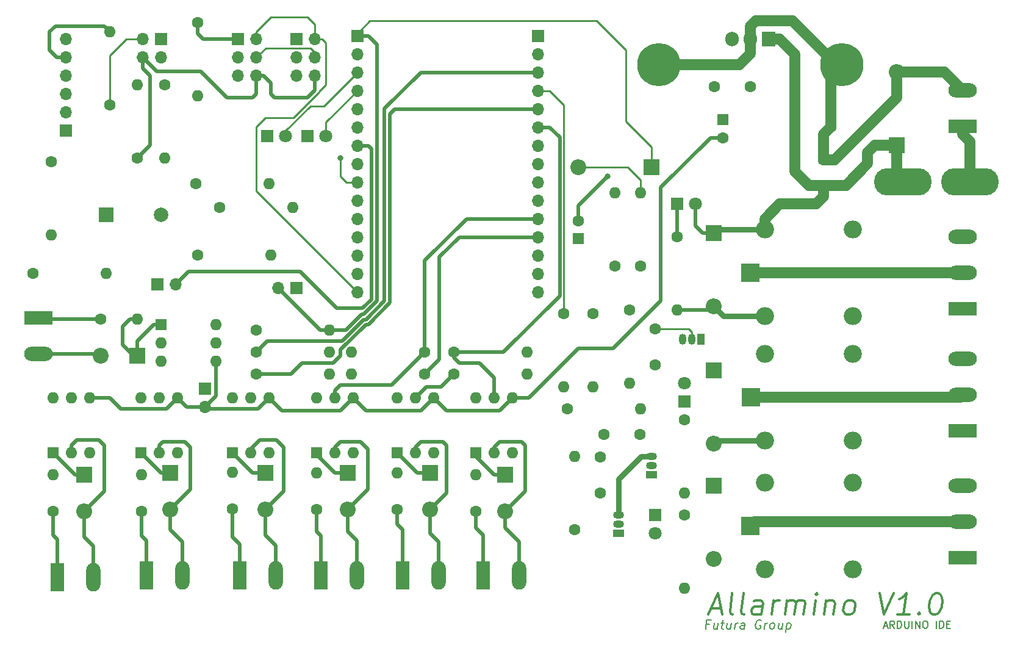
<source format=gbr>
%TF.GenerationSoftware,KiCad,Pcbnew,(5.1.9)-1*%
%TF.CreationDate,2022-01-12T17:44:04+01:00*%
%TF.ProjectId,Allarmino,416c6c61-726d-4696-9e6f-2e6b69636164,rev?*%
%TF.SameCoordinates,Original*%
%TF.FileFunction,Copper,L1,Top*%
%TF.FilePolarity,Positive*%
%FSLAX46Y46*%
G04 Gerber Fmt 4.6, Leading zero omitted, Abs format (unit mm)*
G04 Created by KiCad (PCBNEW (5.1.9)-1) date 2022-01-12 17:44:04*
%MOMM*%
%LPD*%
G01*
G04 APERTURE LIST*
%TA.AperFunction,NonConductor*%
%ADD10C,0.150000*%
%TD*%
%TA.AperFunction,NonConductor*%
%ADD11C,0.350000*%
%TD*%
%TA.AperFunction,ComponentPad*%
%ADD12R,2.200000X2.200000*%
%TD*%
%TA.AperFunction,ComponentPad*%
%ADD13O,2.200000X2.200000*%
%TD*%
%TA.AperFunction,ComponentPad*%
%ADD14R,2.000000X2.000000*%
%TD*%
%TA.AperFunction,ComponentPad*%
%ADD15C,2.000000*%
%TD*%
%TA.AperFunction,ComponentPad*%
%ADD16C,6.000000*%
%TD*%
%TA.AperFunction,ComponentPad*%
%ADD17C,1.600000*%
%TD*%
%TA.AperFunction,ComponentPad*%
%ADD18O,8.000000X3.800000*%
%TD*%
%TA.AperFunction,ComponentPad*%
%ADD19R,3.960000X1.980000*%
%TD*%
%TA.AperFunction,ComponentPad*%
%ADD20O,3.960000X1.980000*%
%TD*%
%TA.AperFunction,ComponentPad*%
%ADD21R,1.980000X3.960000*%
%TD*%
%TA.AperFunction,ComponentPad*%
%ADD22O,1.980000X3.960000*%
%TD*%
%TA.AperFunction,ComponentPad*%
%ADD23R,1.700000X1.700000*%
%TD*%
%TA.AperFunction,ComponentPad*%
%ADD24O,1.700000X1.700000*%
%TD*%
%TA.AperFunction,ComponentPad*%
%ADD25O,2.500000X2.500000*%
%TD*%
%TA.AperFunction,ComponentPad*%
%ADD26R,2.500000X2.500000*%
%TD*%
%TA.AperFunction,ComponentPad*%
%ADD27C,1.800000*%
%TD*%
%TA.AperFunction,ComponentPad*%
%ADD28R,1.800000X1.800000*%
%TD*%
%TA.AperFunction,ComponentPad*%
%ADD29O,1.050000X1.500000*%
%TD*%
%TA.AperFunction,ComponentPad*%
%ADD30R,1.050000X1.500000*%
%TD*%
%TA.AperFunction,ComponentPad*%
%ADD31O,1.500000X1.050000*%
%TD*%
%TA.AperFunction,ComponentPad*%
%ADD32R,1.500000X1.050000*%
%TD*%
%TA.AperFunction,ComponentPad*%
%ADD33O,1.600000X1.600000*%
%TD*%
%TA.AperFunction,ComponentPad*%
%ADD34R,1.600000X1.600000*%
%TD*%
%TA.AperFunction,ComponentPad*%
%ADD35R,1.905000X2.000000*%
%TD*%
%TA.AperFunction,ComponentPad*%
%ADD36O,1.905000X2.000000*%
%TD*%
%TA.AperFunction,ViaPad*%
%ADD37C,0.800000*%
%TD*%
%TA.AperFunction,Conductor*%
%ADD38C,1.500000*%
%TD*%
%TA.AperFunction,Conductor*%
%ADD39C,1.000000*%
%TD*%
%TA.AperFunction,Conductor*%
%ADD40C,0.750000*%
%TD*%
%TA.AperFunction,Conductor*%
%ADD41C,0.500000*%
%TD*%
%TA.AperFunction,Conductor*%
%ADD42C,0.250000*%
%TD*%
G04 APERTURE END LIST*
D10*
X201882952Y-119546666D02*
X202359142Y-119546666D01*
X201787714Y-119832380D02*
X202121047Y-118832380D01*
X202454380Y-119832380D01*
X203359142Y-119832380D02*
X203025809Y-119356190D01*
X202787714Y-119832380D02*
X202787714Y-118832380D01*
X203168666Y-118832380D01*
X203263904Y-118880000D01*
X203311523Y-118927619D01*
X203359142Y-119022857D01*
X203359142Y-119165714D01*
X203311523Y-119260952D01*
X203263904Y-119308571D01*
X203168666Y-119356190D01*
X202787714Y-119356190D01*
X203787714Y-119832380D02*
X203787714Y-118832380D01*
X204025809Y-118832380D01*
X204168666Y-118880000D01*
X204263904Y-118975238D01*
X204311523Y-119070476D01*
X204359142Y-119260952D01*
X204359142Y-119403809D01*
X204311523Y-119594285D01*
X204263904Y-119689523D01*
X204168666Y-119784761D01*
X204025809Y-119832380D01*
X203787714Y-119832380D01*
X204787714Y-118832380D02*
X204787714Y-119641904D01*
X204835333Y-119737142D01*
X204882952Y-119784761D01*
X204978190Y-119832380D01*
X205168666Y-119832380D01*
X205263904Y-119784761D01*
X205311523Y-119737142D01*
X205359142Y-119641904D01*
X205359142Y-118832380D01*
X205835333Y-119832380D02*
X205835333Y-118832380D01*
X206311523Y-119832380D02*
X206311523Y-118832380D01*
X206882952Y-119832380D01*
X206882952Y-118832380D01*
X207549619Y-118832380D02*
X207740095Y-118832380D01*
X207835333Y-118880000D01*
X207930571Y-118975238D01*
X207978190Y-119165714D01*
X207978190Y-119499047D01*
X207930571Y-119689523D01*
X207835333Y-119784761D01*
X207740095Y-119832380D01*
X207549619Y-119832380D01*
X207454380Y-119784761D01*
X207359142Y-119689523D01*
X207311523Y-119499047D01*
X207311523Y-119165714D01*
X207359142Y-118975238D01*
X207454380Y-118880000D01*
X207549619Y-118832380D01*
X209168666Y-119832380D02*
X209168666Y-118832380D01*
X209644857Y-119832380D02*
X209644857Y-118832380D01*
X209882952Y-118832380D01*
X210025809Y-118880000D01*
X210121047Y-118975238D01*
X210168666Y-119070476D01*
X210216285Y-119260952D01*
X210216285Y-119403809D01*
X210168666Y-119594285D01*
X210121047Y-119689523D01*
X210025809Y-119784761D01*
X209882952Y-119832380D01*
X209644857Y-119832380D01*
X210644857Y-119308571D02*
X210978190Y-119308571D01*
X211121047Y-119832380D02*
X210644857Y-119832380D01*
X210644857Y-118832380D01*
X211121047Y-118832380D01*
X177647482Y-119290714D02*
X177230815Y-119290714D01*
X177148970Y-119945476D02*
X177305220Y-118695476D01*
X177900458Y-118695476D01*
X178860279Y-119112142D02*
X178756113Y-119945476D01*
X178324565Y-119112142D02*
X178242720Y-119766904D01*
X178287363Y-119885952D01*
X178398970Y-119945476D01*
X178577541Y-119945476D01*
X178704029Y-119885952D01*
X178770994Y-119826428D01*
X179276946Y-119112142D02*
X179753136Y-119112142D01*
X179507601Y-118695476D02*
X179373672Y-119766904D01*
X179418315Y-119885952D01*
X179529922Y-119945476D01*
X179648970Y-119945476D01*
X180705517Y-119112142D02*
X180601351Y-119945476D01*
X180169803Y-119112142D02*
X180087958Y-119766904D01*
X180132601Y-119885952D01*
X180244208Y-119945476D01*
X180422779Y-119945476D01*
X180549267Y-119885952D01*
X180616232Y-119826428D01*
X181196589Y-119945476D02*
X181300755Y-119112142D01*
X181270994Y-119350238D02*
X181345398Y-119231190D01*
X181412363Y-119171666D01*
X181538851Y-119112142D01*
X181657898Y-119112142D01*
X182506113Y-119945476D02*
X182587958Y-119290714D01*
X182543315Y-119171666D01*
X182431708Y-119112142D01*
X182193613Y-119112142D01*
X182067125Y-119171666D01*
X182513553Y-119885952D02*
X182387065Y-119945476D01*
X182089446Y-119945476D01*
X181977839Y-119885952D01*
X181933196Y-119766904D01*
X181948077Y-119647857D01*
X182022482Y-119528809D01*
X182148970Y-119469285D01*
X182446589Y-119469285D01*
X182573077Y-119409761D01*
X184857303Y-118755000D02*
X184745696Y-118695476D01*
X184567125Y-118695476D01*
X184381113Y-118755000D01*
X184247184Y-118874047D01*
X184172779Y-118993095D01*
X184083494Y-119231190D01*
X184061172Y-119409761D01*
X184090934Y-119647857D01*
X184135577Y-119766904D01*
X184239744Y-119885952D01*
X184410875Y-119945476D01*
X184529922Y-119945476D01*
X184715934Y-119885952D01*
X184782898Y-119826428D01*
X184834982Y-119409761D01*
X184596886Y-119409761D01*
X185303732Y-119945476D02*
X185407898Y-119112142D01*
X185378136Y-119350238D02*
X185452541Y-119231190D01*
X185519505Y-119171666D01*
X185645994Y-119112142D01*
X185765041Y-119112142D01*
X186256113Y-119945476D02*
X186144505Y-119885952D01*
X186092422Y-119826428D01*
X186047779Y-119707380D01*
X186092422Y-119350238D01*
X186166827Y-119231190D01*
X186233791Y-119171666D01*
X186360279Y-119112142D01*
X186538851Y-119112142D01*
X186650458Y-119171666D01*
X186702541Y-119231190D01*
X186747184Y-119350238D01*
X186702541Y-119707380D01*
X186628136Y-119826428D01*
X186561172Y-119885952D01*
X186434684Y-119945476D01*
X186256113Y-119945476D01*
X187848375Y-119112142D02*
X187744208Y-119945476D01*
X187312660Y-119112142D02*
X187230815Y-119766904D01*
X187275458Y-119885952D01*
X187387065Y-119945476D01*
X187565636Y-119945476D01*
X187692125Y-119885952D01*
X187759089Y-119826428D01*
X188443613Y-119112142D02*
X188287363Y-120362142D01*
X188436172Y-119171666D02*
X188562660Y-119112142D01*
X188800755Y-119112142D01*
X188912363Y-119171666D01*
X188964446Y-119231190D01*
X189009089Y-119350238D01*
X188964446Y-119707380D01*
X188890041Y-119826428D01*
X188823077Y-119885952D01*
X188696589Y-119945476D01*
X188458494Y-119945476D01*
X188346886Y-119885952D01*
D11*
X177871312Y-117086000D02*
X179299883Y-117086000D01*
X177478455Y-117943142D02*
X178853455Y-114943142D01*
X179478455Y-117943142D01*
X180907026Y-117943142D02*
X180639169Y-117800285D01*
X180532026Y-117514571D01*
X180853455Y-114943142D01*
X182478455Y-117943142D02*
X182210598Y-117800285D01*
X182103455Y-117514571D01*
X182424883Y-114943142D01*
X184907026Y-117943142D02*
X185103455Y-116371714D01*
X184996312Y-116086000D01*
X184728455Y-115943142D01*
X184157026Y-115943142D01*
X183853455Y-116086000D01*
X184924883Y-117800285D02*
X184621312Y-117943142D01*
X183907026Y-117943142D01*
X183639169Y-117800285D01*
X183532026Y-117514571D01*
X183567741Y-117228857D01*
X183746312Y-116943142D01*
X184049883Y-116800285D01*
X184764169Y-116800285D01*
X185067741Y-116657428D01*
X186335598Y-117943142D02*
X186585598Y-115943142D01*
X186514169Y-116514571D02*
X186692741Y-116228857D01*
X186853455Y-116086000D01*
X187157026Y-115943142D01*
X187442741Y-115943142D01*
X188192741Y-117943142D02*
X188442741Y-115943142D01*
X188407026Y-116228857D02*
X188567741Y-116086000D01*
X188871312Y-115943142D01*
X189299883Y-115943142D01*
X189567741Y-116086000D01*
X189674883Y-116371714D01*
X189478455Y-117943142D01*
X189674883Y-116371714D02*
X189853455Y-116086000D01*
X190157026Y-115943142D01*
X190585598Y-115943142D01*
X190853455Y-116086000D01*
X190960598Y-116371714D01*
X190764169Y-117943142D01*
X192192741Y-117943142D02*
X192442741Y-115943142D01*
X192567741Y-114943142D02*
X192407026Y-115086000D01*
X192532026Y-115228857D01*
X192692741Y-115086000D01*
X192567741Y-114943142D01*
X192532026Y-115228857D01*
X193871312Y-115943142D02*
X193621312Y-117943142D01*
X193835598Y-116228857D02*
X193996312Y-116086000D01*
X194299883Y-115943142D01*
X194728455Y-115943142D01*
X194996312Y-116086000D01*
X195103455Y-116371714D01*
X194907026Y-117943142D01*
X196764169Y-117943142D02*
X196496312Y-117800285D01*
X196371312Y-117657428D01*
X196264169Y-117371714D01*
X196371312Y-116514571D01*
X196549883Y-116228857D01*
X196710598Y-116086000D01*
X197014169Y-115943142D01*
X197442741Y-115943142D01*
X197710598Y-116086000D01*
X197835598Y-116228857D01*
X197942741Y-116514571D01*
X197835598Y-117371714D01*
X197657026Y-117657428D01*
X197496312Y-117800285D01*
X197192741Y-117943142D01*
X196764169Y-117943142D01*
X201282026Y-114943142D02*
X201907026Y-117943142D01*
X203282026Y-114943142D01*
X205478455Y-117943142D02*
X203764169Y-117943142D01*
X204621312Y-117943142D02*
X204996312Y-114943142D01*
X204657026Y-115371714D01*
X204335598Y-115657428D01*
X204032026Y-115800285D01*
X206799883Y-117657428D02*
X206924883Y-117800285D01*
X206764169Y-117943142D01*
X206639169Y-117800285D01*
X206799883Y-117657428D01*
X206764169Y-117943142D01*
X209139169Y-114943142D02*
X209424883Y-114943142D01*
X209692741Y-115086000D01*
X209817741Y-115228857D01*
X209924883Y-115514571D01*
X209996312Y-116086000D01*
X209907026Y-116800285D01*
X209692741Y-117371714D01*
X209514169Y-117657428D01*
X209353455Y-117800285D01*
X209049883Y-117943142D01*
X208764169Y-117943142D01*
X208496312Y-117800285D01*
X208371312Y-117657428D01*
X208264169Y-117371714D01*
X208192741Y-116800285D01*
X208282026Y-116086000D01*
X208496312Y-115514571D01*
X208674883Y-115228857D01*
X208835598Y-115086000D01*
X209139169Y-114943142D01*
D12*
%TO.P,D3,1*%
%TO.N,+3V3*%
X169672000Y-55880000D03*
D13*
%TO.P,D3,2*%
%TO.N,/D33*%
X159512000Y-55880000D03*
%TD*%
D14*
%TO.P,BZ1,1*%
%TO.N,Net-(BZ1-Pad1)*%
X93980000Y-62484000D03*
D15*
%TO.P,BZ1,2*%
%TO.N,GND*%
X101580000Y-62484000D03*
%TD*%
D16*
%TO.P,REF\u002A\u002A,1*%
%TO.N,GND*%
X170688000Y-41656000D03*
X196088000Y-41656000D03*
%TD*%
D17*
%TO.P,C2,1*%
%TO.N,+12V*%
X189564000Y-50292000D03*
%TO.P,C2,2*%
%TO.N,GND*%
X194564000Y-50292000D03*
%TD*%
%TO.P,C3,2*%
%TO.N,GND*%
X183388000Y-44704000D03*
%TO.P,C3,1*%
%TO.N,+5V*%
X178388000Y-44704000D03*
%TD*%
%TO.P,C5,1*%
%TO.N,Net-(C5-Pad1)*%
X170180000Y-78312000D03*
%TO.P,C5,2*%
%TO.N,GND*%
X170180000Y-83312000D03*
%TD*%
%TO.P,C6,1*%
%TO.N,Net-(C6-Pad1)*%
X163068000Y-92964000D03*
%TO.P,C6,2*%
%TO.N,GND*%
X168068000Y-92964000D03*
%TD*%
%TO.P,C7,2*%
%TO.N,GND*%
X162560000Y-96092000D03*
%TO.P,C7,1*%
%TO.N,Net-(C7-Pad1)*%
X162560000Y-101092000D03*
%TD*%
D12*
%TO.P,D1,1*%
%TO.N,+12V*%
X203708000Y-52832000D03*
D13*
%TO.P,D1,2*%
%TO.N,GND*%
X203708000Y-42672000D03*
%TD*%
%TO.P,D2,2*%
%TO.N,Net-(D2-Pad2)*%
X178308000Y-75184000D03*
D12*
%TO.P,D2,1*%
%TO.N,+12V*%
X178308000Y-65024000D03*
%TD*%
D13*
%TO.P,D4,2*%
%TO.N,Net-(D4-Pad2)*%
X178308000Y-94234000D03*
D12*
%TO.P,D4,1*%
%TO.N,+12V*%
X178308000Y-84074000D03*
%TD*%
%TO.P,D5,1*%
%TO.N,+12V*%
X178308000Y-100076000D03*
D13*
%TO.P,D5,2*%
%TO.N,Net-(D5-Pad2)*%
X178308000Y-110236000D03*
%TD*%
D18*
%TO.P,F1,1*%
%TO.N,+12V*%
X204568000Y-57912000D03*
%TO.P,F1,2*%
%TO.N,Net-(CN1-Pad1)*%
X213868000Y-57912000D03*
%TD*%
D19*
%TO.P,CN1,1*%
%TO.N,Net-(CN1-Pad1)*%
X212852000Y-50212000D03*
D20*
%TO.P,CN1,2*%
%TO.N,GND*%
X212852000Y-45212000D03*
%TD*%
D19*
%TO.P,CN2,1*%
%TO.N,Net-(CN2-Pad1)*%
X212852000Y-75532000D03*
D20*
%TO.P,CN2,2*%
%TO.N,Net-(CN2-Pad2)*%
X212852000Y-70532000D03*
%TO.P,CN2,3*%
%TO.N,Net-(CN2-Pad3)*%
X212852000Y-65532000D03*
%TD*%
D19*
%TO.P,CN3,1*%
%TO.N,Net-(CN3-Pad1)*%
X212852000Y-92456000D03*
D20*
%TO.P,CN3,2*%
%TO.N,Net-(CN3-Pad2)*%
X212852000Y-87456000D03*
%TO.P,CN3,3*%
%TO.N,Net-(CN3-Pad3)*%
X212852000Y-82456000D03*
%TD*%
%TO.P,CN4,3*%
%TO.N,Net-(CN4-Pad3)*%
X212852000Y-100076000D03*
%TO.P,CN4,2*%
%TO.N,Net-(CN4-Pad2)*%
X212852000Y-105076000D03*
D19*
%TO.P,CN4,1*%
%TO.N,Net-(CN4-Pad1)*%
X212852000Y-110076000D03*
%TD*%
D21*
%TO.P,CN9,1*%
%TO.N,Net-(CN9-Pad1)*%
X146304000Y-112522000D03*
D22*
%TO.P,CN9,2*%
%TO.N,Net-(CN9-Pad2)*%
X151304000Y-112522000D03*
%TD*%
%TO.P,CN10,2*%
%TO.N,Net-(CN10-Pad2)*%
X140128000Y-112522000D03*
D21*
%TO.P,CN10,1*%
%TO.N,Net-(CN10-Pad1)*%
X135128000Y-112522000D03*
%TD*%
%TO.P,CN11,1*%
%TO.N,Net-(CN11-Pad1)*%
X123778000Y-112522000D03*
D22*
%TO.P,CN11,2*%
%TO.N,Net-(CN11-Pad2)*%
X128778000Y-112522000D03*
%TD*%
D21*
%TO.P,CN12,1*%
%TO.N,Net-(CN12-Pad1)*%
X112522000Y-112522000D03*
D22*
%TO.P,CN12,2*%
%TO.N,Net-(CN12-Pad2)*%
X117522000Y-112522000D03*
%TD*%
%TO.P,CN13,2*%
%TO.N,Net-(CN13-Pad2)*%
X104568000Y-112522000D03*
D21*
%TO.P,CN13,1*%
%TO.N,Net-(CN13-Pad1)*%
X99568000Y-112522000D03*
%TD*%
D22*
%TO.P,CN14,2*%
%TO.N,Net-(CN14-Pad2)*%
X92202000Y-112776000D03*
D21*
%TO.P,CN14,1*%
%TO.N,Net-(CN14-Pad1)*%
X87202000Y-112776000D03*
%TD*%
D20*
%TO.P,CN15,2*%
%TO.N,Net-(CN15-Pad2)*%
X84582000Y-81788000D03*
D19*
%TO.P,CN15,1*%
%TO.N,Net-(CN15-Pad1)*%
X84582000Y-76788000D03*
%TD*%
D23*
%TO.P,CN7,1*%
%TO.N,+3V3*%
X101600000Y-38100000D03*
D24*
%TO.P,CN7,2*%
%TO.N,SDA*%
X101600000Y-40640000D03*
%TO.P,CN7,3*%
%TO.N,SCL*%
X99060000Y-38100000D03*
%TO.P,CN7,4*%
%TO.N,GND*%
X99060000Y-40640000D03*
%TD*%
%TO.P,CN5,6*%
%TO.N,GND*%
X114808000Y-43180000D03*
%TO.P,CN5,5*%
%TO.N,CS1*%
X112268000Y-43180000D03*
%TO.P,CN5,4*%
%TO.N,CLK*%
X114808000Y-40640000D03*
%TO.P,CN5,3*%
%TO.N,MISO*%
X112268000Y-40640000D03*
%TO.P,CN5,2*%
%TO.N,MOSI*%
X114808000Y-38100000D03*
D23*
%TO.P,CN5,1*%
%TO.N,+3V3*%
X112268000Y-38100000D03*
%TD*%
%TO.P,CN6,1*%
%TO.N,+3V3*%
X120396000Y-38100000D03*
D24*
%TO.P,CN6,2*%
%TO.N,MOSI*%
X122936000Y-38100000D03*
%TO.P,CN6,3*%
%TO.N,MISO*%
X120396000Y-40640000D03*
%TO.P,CN6,4*%
%TO.N,CLK*%
X122936000Y-40640000D03*
%TO.P,CN6,5*%
%TO.N,CS2*%
X120396000Y-43180000D03*
%TO.P,CN6,6*%
%TO.N,GND*%
X122936000Y-43180000D03*
%TD*%
D23*
%TO.P,CN8,1*%
%TO.N,/TX0*%
X88392000Y-50800000D03*
D24*
%TO.P,CN8,2*%
%TO.N,/RX0*%
X88392000Y-48260000D03*
%TO.P,CN8,3*%
%TO.N,/CTS_UART*%
X88392000Y-45720000D03*
%TO.P,CN8,4*%
%TO.N,/RTS_UART*%
X88392000Y-43180000D03*
%TO.P,CN8,5*%
%TO.N,+3V3*%
X88392000Y-40640000D03*
%TO.P,CN8,6*%
%TO.N,GND*%
X88392000Y-38100000D03*
%TD*%
%TO.P,JP1,2*%
%TO.N,GND*%
X107696000Y-89154000D03*
D23*
%TO.P,JP1,1*%
%TO.N,/D14*%
X107696000Y-86614000D03*
%TD*%
%TO.P,JP2,1*%
%TO.N,CONFIG_JMP*%
X120396000Y-72644000D03*
D24*
%TO.P,JP2,2*%
%TO.N,+3V3*%
X117856000Y-72644000D03*
%TD*%
D23*
%TO.P,JP3,1*%
%TO.N,Net-(JP3-Pad1)*%
X101092000Y-72136000D03*
D24*
%TO.P,JP3,2*%
%TO.N,BUZZER*%
X103632000Y-72136000D03*
%TD*%
D25*
%TO.P,RL1,5*%
%TO.N,Net-(D2-Pad2)*%
X185388000Y-64516000D03*
%TO.P,RL1,4*%
%TO.N,Net-(CN2-Pad3)*%
X197588000Y-64516000D03*
%TO.P,RL1,3*%
%TO.N,Net-(CN2-Pad1)*%
X197588000Y-76516000D03*
%TO.P,RL1,2*%
%TO.N,+12V*%
X185388000Y-76516000D03*
D26*
%TO.P,RL1,1*%
%TO.N,Net-(CN2-Pad2)*%
X183388000Y-70516000D03*
%TD*%
%TO.P,RL2,1*%
%TO.N,Net-(CN3-Pad2)*%
X183420000Y-87788000D03*
D25*
%TO.P,RL2,2*%
%TO.N,+12V*%
X185420000Y-93788000D03*
%TO.P,RL2,3*%
%TO.N,Net-(CN3-Pad1)*%
X197620000Y-93788000D03*
%TO.P,RL2,4*%
%TO.N,Net-(CN3-Pad3)*%
X197620000Y-81788000D03*
%TO.P,RL2,5*%
%TO.N,Net-(D4-Pad2)*%
X185420000Y-81788000D03*
%TD*%
D26*
%TO.P,RL3,1*%
%TO.N,Net-(CN4-Pad2)*%
X183388000Y-105664000D03*
D25*
%TO.P,RL3,2*%
%TO.N,+12V*%
X185388000Y-111664000D03*
%TO.P,RL3,3*%
%TO.N,Net-(CN4-Pad1)*%
X197588000Y-111664000D03*
%TO.P,RL3,4*%
%TO.N,Net-(CN4-Pad3)*%
X197588000Y-99664000D03*
%TO.P,RL3,5*%
%TO.N,Net-(D5-Pad2)*%
X185388000Y-99664000D03*
%TD*%
D27*
%TO.P,LD1,2*%
%TO.N,+12V*%
X175768000Y-60960000D03*
D28*
%TO.P,LD1,1*%
%TO.N,Net-(LD1-Pad1)*%
X173228000Y-60960000D03*
%TD*%
%TO.P,LD2,1*%
%TO.N,Net-(LD2-Pad1)*%
X174244000Y-88392000D03*
D27*
%TO.P,LD2,2*%
%TO.N,+12V*%
X174244000Y-85852000D03*
%TD*%
D28*
%TO.P,LD3,1*%
%TO.N,Net-(LD3-Pad1)*%
X170180000Y-104140000D03*
D27*
%TO.P,LD3,2*%
%TO.N,+12V*%
X170180000Y-106680000D03*
%TD*%
%TO.P,LD4,2*%
%TO.N,/D2*%
X124460000Y-51562000D03*
D28*
%TO.P,LD4,1*%
%TO.N,Net-(LD4-Pad1)*%
X121920000Y-51562000D03*
%TD*%
%TO.P,LD5,1*%
%TO.N,Net-(LD5-Pad1)*%
X116332000Y-51562000D03*
D27*
%TO.P,LD5,2*%
%TO.N,/D15*%
X118872000Y-51562000D03*
%TD*%
D29*
%TO.P,T1,2*%
%TO.N,Net-(C5-Pad1)*%
X175260000Y-79756000D03*
%TO.P,T1,3*%
%TO.N,GND*%
X173990000Y-79756000D03*
D30*
%TO.P,T1,1*%
%TO.N,Net-(D2-Pad2)*%
X176530000Y-79756000D03*
%TD*%
D31*
%TO.P,T2,2*%
%TO.N,Net-(C6-Pad1)*%
X169672000Y-97282000D03*
%TO.P,T2,3*%
%TO.N,GND*%
X169672000Y-96012000D03*
D32*
%TO.P,T2,1*%
%TO.N,Net-(D4-Pad2)*%
X169672000Y-98552000D03*
%TD*%
%TO.P,T3,1*%
%TO.N,Net-(D5-Pad2)*%
X165100000Y-106680000D03*
D31*
%TO.P,T3,3*%
%TO.N,GND*%
X165100000Y-104140000D03*
%TO.P,T3,2*%
%TO.N,Net-(C7-Pad1)*%
X165100000Y-105410000D03*
%TD*%
D17*
%TO.P,R1,1*%
%TO.N,Net-(C5-Pad1)*%
X166624000Y-75692000D03*
D33*
%TO.P,R1,2*%
%TO.N,GND*%
X166624000Y-85852000D03*
%TD*%
D17*
%TO.P,R2,1*%
%TO.N,Net-(LD1-Pad1)*%
X173228000Y-65532000D03*
D33*
%TO.P,R2,2*%
%TO.N,Net-(D2-Pad2)*%
X173228000Y-75692000D03*
%TD*%
%TO.P,R3,2*%
%TO.N,+3V3*%
X164592000Y-59436000D03*
D17*
%TO.P,R3,1*%
%TO.N,Net-(C5-Pad1)*%
X164592000Y-69596000D03*
%TD*%
%TO.P,R4,1*%
%TO.N,Net-(C5-Pad1)*%
X168148000Y-69596000D03*
D33*
%TO.P,R4,2*%
%TO.N,/D33*%
X168148000Y-59436000D03*
%TD*%
D17*
%TO.P,R5,1*%
%TO.N,Net-(LD2-Pad1)*%
X174244000Y-90932000D03*
D33*
%TO.P,R5,2*%
%TO.N,Net-(D4-Pad2)*%
X174244000Y-101092000D03*
%TD*%
%TO.P,R6,2*%
%TO.N,GND*%
X168148000Y-89408000D03*
D17*
%TO.P,R6,1*%
%TO.N,Net-(C6-Pad1)*%
X157988000Y-89408000D03*
%TD*%
%TO.P,R7,1*%
%TO.N,/D25*%
X161544000Y-76200000D03*
D33*
%TO.P,R7,2*%
%TO.N,Net-(C6-Pad1)*%
X161544000Y-86360000D03*
%TD*%
%TO.P,R8,2*%
%TO.N,Net-(D5-Pad2)*%
X174244000Y-114300000D03*
D17*
%TO.P,R8,1*%
%TO.N,Net-(LD3-Pad1)*%
X174244000Y-104140000D03*
%TD*%
D33*
%TO.P,R9,2*%
%TO.N,GND*%
X159004000Y-96012000D03*
D17*
%TO.P,R9,1*%
%TO.N,Net-(C7-Pad1)*%
X159004000Y-106172000D03*
%TD*%
D33*
%TO.P,R10,2*%
%TO.N,Net-(C7-Pad1)*%
X157480000Y-86360000D03*
D17*
%TO.P,R10,1*%
%TO.N,/D12*%
X157480000Y-76200000D03*
%TD*%
%TO.P,R11,1*%
%TO.N,/D27*%
X142240000Y-81534000D03*
D33*
%TO.P,R11,2*%
%TO.N,+3V3*%
X152400000Y-81534000D03*
%TD*%
D17*
%TO.P,R13,1*%
%TO.N,/D26*%
X142240000Y-84582000D03*
D33*
%TO.P,R13,2*%
%TO.N,+3V3*%
X152400000Y-84582000D03*
%TD*%
%TO.P,R15,2*%
%TO.N,+3V3*%
X128016000Y-81534000D03*
D17*
%TO.P,R15,1*%
%TO.N,/D35*%
X138176000Y-81534000D03*
%TD*%
D33*
%TO.P,R17,2*%
%TO.N,+3V3*%
X128016000Y-84582000D03*
D17*
%TO.P,R17,1*%
%TO.N,/D34*%
X138176000Y-84582000D03*
%TD*%
%TO.P,R19,1*%
%TO.N,/D14*%
X114808000Y-84582000D03*
D33*
%TO.P,R19,2*%
%TO.N,+3V3*%
X124968000Y-84582000D03*
%TD*%
%TO.P,R21,2*%
%TO.N,+3V3*%
X124968000Y-81534000D03*
D17*
%TO.P,R21,1*%
%TO.N,/D13*%
X114808000Y-81534000D03*
%TD*%
%TO.P,R23,1*%
%TO.N,/D32*%
X114808000Y-78486000D03*
D33*
%TO.P,R23,2*%
%TO.N,+3V3*%
X124968000Y-78486000D03*
%TD*%
%TO.P,R25,2*%
%TO.N,Net-(JP3-Pad1)*%
X93980000Y-70612000D03*
D17*
%TO.P,R25,1*%
%TO.N,Net-(BZ1-Pad1)*%
X83820000Y-70612000D03*
%TD*%
%TO.P,R26,1*%
%TO.N,GND*%
X86360000Y-55118000D03*
D33*
%TO.P,R26,2*%
%TO.N,Net-(BZ1-Pad1)*%
X86360000Y-65278000D03*
%TD*%
D17*
%TO.P,R27,1*%
%TO.N,GND*%
X106680000Y-68072000D03*
D33*
%TO.P,R27,2*%
%TO.N,CONFIG_JMP*%
X116840000Y-68072000D03*
%TD*%
D17*
%TO.P,R28,1*%
%TO.N,GND*%
X109728000Y-61468000D03*
D33*
%TO.P,R28,2*%
%TO.N,Net-(LD4-Pad1)*%
X119888000Y-61468000D03*
%TD*%
D17*
%TO.P,R29,1*%
%TO.N,GND*%
X106426000Y-58166000D03*
D33*
%TO.P,R29,2*%
%TO.N,Net-(LD5-Pad1)*%
X116586000Y-58166000D03*
%TD*%
%TO.P,R30,2*%
%TO.N,+3V3*%
X94488000Y-37084000D03*
D17*
%TO.P,R30,1*%
%TO.N,SCL*%
X94488000Y-47244000D03*
%TD*%
D33*
%TO.P,R31,2*%
%TO.N,SCL*%
X98298000Y-44450000D03*
D17*
%TO.P,R31,1*%
%TO.N,GND*%
X98298000Y-54610000D03*
%TD*%
%TO.P,R32,1*%
%TO.N,+3V3*%
X106680000Y-35814000D03*
D33*
%TO.P,R32,2*%
%TO.N,SDA*%
X106680000Y-45974000D03*
%TD*%
%TO.P,R33,2*%
%TO.N,GND*%
X102108000Y-54610000D03*
D17*
%TO.P,R33,1*%
%TO.N,SDA*%
X102108000Y-44450000D03*
%TD*%
D24*
%TO.P,U1,15*%
%TO.N,/EN*%
X153924000Y-73199001D03*
%TO.P,U1,14*%
%TO.N,/VP*%
X153924000Y-70659001D03*
%TO.P,U1,13*%
%TO.N,/VN*%
X153924000Y-68119001D03*
%TO.P,U1,12*%
%TO.N,/D34*%
X153924000Y-65579001D03*
%TO.P,U1,11*%
%TO.N,/D35*%
X153924000Y-63039001D03*
%TO.P,U1,10*%
%TO.N,/D32*%
X153924000Y-60499001D03*
%TO.P,U1,9*%
%TO.N,/D33*%
X153924000Y-57959001D03*
%TO.P,U1,8*%
%TO.N,/D25*%
X153924000Y-55419001D03*
%TO.P,U1,7*%
%TO.N,/D26*%
X153924000Y-52879001D03*
%TO.P,U1,6*%
%TO.N,/D27*%
X153924000Y-50339001D03*
%TO.P,U1,5*%
%TO.N,/D14*%
X153924000Y-47799001D03*
%TO.P,U1,4*%
%TO.N,/D12*%
X153924000Y-45259001D03*
%TO.P,U1,3*%
%TO.N,/D13*%
X153924000Y-42719001D03*
%TO.P,U1,2*%
%TO.N,GND*%
X153924000Y-40179001D03*
D23*
%TO.P,U1,1*%
%TO.N,+5V*%
X153924000Y-37639001D03*
%TD*%
D33*
%TO.P,U2,6*%
%TO.N,Net-(U2-Pad6)*%
X145288000Y-87884000D03*
%TO.P,U2,3*%
%TO.N,Net-(U2-Pad3)*%
X150368000Y-95504000D03*
%TO.P,U2,5*%
%TO.N,/D27*%
X147828000Y-87884000D03*
%TO.P,U2,2*%
%TO.N,Net-(CN9-Pad2)*%
X147828000Y-95504000D03*
%TO.P,U2,4*%
%TO.N,GND*%
X150368000Y-87884000D03*
D34*
%TO.P,U2,1*%
%TO.N,Net-(D6-Pad1)*%
X145288000Y-95504000D03*
%TD*%
%TO.P,U3,1*%
%TO.N,Net-(D7-Pad1)*%
X134366000Y-95504000D03*
D33*
%TO.P,U3,4*%
%TO.N,GND*%
X139446000Y-87884000D03*
%TO.P,U3,2*%
%TO.N,Net-(CN10-Pad2)*%
X136906000Y-95504000D03*
%TO.P,U3,5*%
%TO.N,/D26*%
X136906000Y-87884000D03*
%TO.P,U3,3*%
%TO.N,Net-(U3-Pad3)*%
X139446000Y-95504000D03*
%TO.P,U3,6*%
%TO.N,Net-(U3-Pad6)*%
X134366000Y-87884000D03*
%TD*%
D34*
%TO.P,U4,1*%
%TO.N,Net-(D8-Pad1)*%
X123190000Y-95504000D03*
D33*
%TO.P,U4,4*%
%TO.N,GND*%
X128270000Y-87884000D03*
%TO.P,U4,2*%
%TO.N,Net-(CN11-Pad2)*%
X125730000Y-95504000D03*
%TO.P,U4,5*%
%TO.N,/D35*%
X125730000Y-87884000D03*
%TO.P,U4,3*%
%TO.N,Net-(U4-Pad3)*%
X128270000Y-95504000D03*
%TO.P,U4,6*%
%TO.N,Net-(U4-Pad6)*%
X123190000Y-87884000D03*
%TD*%
D34*
%TO.P,U5,1*%
%TO.N,Net-(D9-Pad1)*%
X111506000Y-95504000D03*
D33*
%TO.P,U5,4*%
%TO.N,GND*%
X116586000Y-87884000D03*
%TO.P,U5,2*%
%TO.N,Net-(CN12-Pad2)*%
X114046000Y-95504000D03*
%TO.P,U5,5*%
%TO.N,/D34*%
X114046000Y-87884000D03*
%TO.P,U5,3*%
%TO.N,Net-(U5-Pad3)*%
X116586000Y-95504000D03*
%TO.P,U5,6*%
%TO.N,Net-(U5-Pad6)*%
X111506000Y-87884000D03*
%TD*%
%TO.P,U6,6*%
%TO.N,Net-(U6-Pad6)*%
X98806000Y-87884000D03*
%TO.P,U6,3*%
%TO.N,Net-(U6-Pad3)*%
X103886000Y-95504000D03*
%TO.P,U6,5*%
%TO.N,/D14*%
X101346000Y-87884000D03*
%TO.P,U6,2*%
%TO.N,Net-(CN13-Pad2)*%
X101346000Y-95504000D03*
%TO.P,U6,4*%
%TO.N,GND*%
X103886000Y-87884000D03*
D34*
%TO.P,U6,1*%
%TO.N,Net-(D10-Pad1)*%
X98806000Y-95504000D03*
%TD*%
%TO.P,U7,1*%
%TO.N,Net-(D11-Pad1)*%
X86614000Y-95504000D03*
D33*
%TO.P,U7,4*%
%TO.N,GND*%
X91694000Y-87884000D03*
%TO.P,U7,2*%
%TO.N,Net-(CN14-Pad2)*%
X89154000Y-95504000D03*
%TO.P,U7,5*%
%TO.N,/D13*%
X89154000Y-87884000D03*
%TO.P,U7,3*%
%TO.N,Net-(U7-Pad3)*%
X91694000Y-95504000D03*
%TO.P,U7,6*%
%TO.N,Net-(U7-Pad6)*%
X86614000Y-87884000D03*
%TD*%
%TO.P,U8,6*%
%TO.N,Net-(U8-Pad6)*%
X109220000Y-77724000D03*
%TO.P,U8,3*%
%TO.N,Net-(U8-Pad3)*%
X101600000Y-82804000D03*
%TO.P,U8,5*%
%TO.N,/D32*%
X109220000Y-80264000D03*
%TO.P,U8,2*%
%TO.N,Net-(CN15-Pad2)*%
X101600000Y-80264000D03*
%TO.P,U8,4*%
%TO.N,GND*%
X109220000Y-82804000D03*
D34*
%TO.P,U8,1*%
%TO.N,Net-(D12-Pad1)*%
X101600000Y-77724000D03*
%TD*%
D35*
%TO.P,U9,1*%
%TO.N,+12V*%
X185928000Y-38100000D03*
D36*
%TO.P,U9,2*%
%TO.N,GND*%
X183388000Y-38100000D03*
%TO.P,U9,3*%
%TO.N,+5V*%
X180848000Y-38100000D03*
%TD*%
D23*
%TO.P,U_1,1*%
%TO.N,+3V3*%
X128825001Y-37639001D03*
D24*
%TO.P,U_1,2*%
%TO.N,GND*%
X128825001Y-40179001D03*
%TO.P,U_1,3*%
%TO.N,/D15*%
X128825001Y-42719001D03*
%TO.P,U_1,4*%
%TO.N,/D2*%
X128825001Y-45259001D03*
%TO.P,U_1,5*%
%TO.N,CS2*%
X128825001Y-47799001D03*
%TO.P,U_1,6*%
%TO.N,CONFIG_JMP*%
X128825001Y-50339001D03*
%TO.P,U_1,7*%
%TO.N,BUZZER*%
X128825001Y-52879001D03*
%TO.P,U_1,8*%
%TO.N,CS1*%
X128825001Y-55419001D03*
%TO.P,U_1,9*%
%TO.N,CLK*%
X128825001Y-57959001D03*
%TO.P,U_1,10*%
%TO.N,MISO*%
X128825001Y-60499001D03*
%TO.P,U_1,11*%
%TO.N,SDA*%
X128825001Y-63039001D03*
%TO.P,U_1,12*%
%TO.N,/RX0*%
X128825001Y-65579001D03*
%TO.P,U_1,13*%
%TO.N,/TX0*%
X128825001Y-68119001D03*
%TO.P,U_1,14*%
%TO.N,SCL*%
X128825001Y-70659001D03*
%TO.P,U_1,15*%
%TO.N,MOSI*%
X128825001Y-73199001D03*
%TD*%
D34*
%TO.P,C4,1*%
%TO.N,+5V*%
X179578000Y-49276000D03*
D17*
%TO.P,C4,2*%
%TO.N,GND*%
X179578000Y-51776000D03*
%TD*%
D34*
%TO.P,C1,1*%
%TO.N,+12V*%
X193548000Y-58364000D03*
D17*
%TO.P,C1,2*%
%TO.N,GND*%
X193548000Y-54864000D03*
%TD*%
D12*
%TO.P,D6,1*%
%TO.N,Net-(D6-Pad1)*%
X149352000Y-98552000D03*
D13*
%TO.P,D6,2*%
%TO.N,Net-(CN9-Pad2)*%
X149352000Y-103632000D03*
%TD*%
D12*
%TO.P,D7,1*%
%TO.N,Net-(D7-Pad1)*%
X138938000Y-98298000D03*
D13*
%TO.P,D7,2*%
%TO.N,Net-(CN10-Pad2)*%
X138938000Y-103378000D03*
%TD*%
%TO.P,D8,2*%
%TO.N,Net-(CN11-Pad2)*%
X127508000Y-103378000D03*
D12*
%TO.P,D8,1*%
%TO.N,Net-(D8-Pad1)*%
X127508000Y-98298000D03*
%TD*%
%TO.P,D9,1*%
%TO.N,Net-(D9-Pad1)*%
X116078000Y-98298000D03*
D13*
%TO.P,D9,2*%
%TO.N,Net-(CN12-Pad2)*%
X116078000Y-103378000D03*
%TD*%
%TO.P,D10,2*%
%TO.N,Net-(CN13-Pad2)*%
X102870000Y-103378000D03*
D12*
%TO.P,D10,1*%
%TO.N,Net-(D10-Pad1)*%
X102870000Y-98298000D03*
%TD*%
D13*
%TO.P,D11,2*%
%TO.N,Net-(CN14-Pad2)*%
X90932000Y-103632000D03*
D12*
%TO.P,D11,1*%
%TO.N,Net-(D11-Pad1)*%
X90932000Y-98552000D03*
%TD*%
%TO.P,D12,1*%
%TO.N,Net-(D12-Pad1)*%
X98298000Y-82042000D03*
D13*
%TO.P,D12,2*%
%TO.N,Net-(CN15-Pad2)*%
X93218000Y-82042000D03*
%TD*%
D33*
%TO.P,R12,2*%
%TO.N,Net-(D6-Pad1)*%
X145288000Y-98552000D03*
D17*
%TO.P,R12,1*%
%TO.N,Net-(CN9-Pad1)*%
X145288000Y-103632000D03*
%TD*%
%TO.P,R14,1*%
%TO.N,Net-(CN10-Pad1)*%
X134366000Y-103378000D03*
D33*
%TO.P,R14,2*%
%TO.N,Net-(D7-Pad1)*%
X134366000Y-98298000D03*
%TD*%
D17*
%TO.P,R16,1*%
%TO.N,Net-(CN11-Pad1)*%
X123190000Y-103378000D03*
D33*
%TO.P,R16,2*%
%TO.N,Net-(D8-Pad1)*%
X123190000Y-98298000D03*
%TD*%
D17*
%TO.P,R18,1*%
%TO.N,Net-(CN12-Pad1)*%
X111513001Y-103314999D03*
D33*
%TO.P,R18,2*%
%TO.N,Net-(D9-Pad1)*%
X111513001Y-98234999D03*
%TD*%
%TO.P,R20,2*%
%TO.N,Net-(D10-Pad1)*%
X98865001Y-98532999D03*
D17*
%TO.P,R20,1*%
%TO.N,Net-(CN13-Pad1)*%
X98865001Y-103612999D03*
%TD*%
D33*
%TO.P,R22,2*%
%TO.N,Net-(D11-Pad1)*%
X86614000Y-98552000D03*
D17*
%TO.P,R22,1*%
%TO.N,Net-(CN14-Pad1)*%
X86614000Y-103632000D03*
%TD*%
%TO.P,R24,1*%
%TO.N,Net-(CN15-Pad1)*%
X93218000Y-76962000D03*
D33*
%TO.P,R24,2*%
%TO.N,Net-(D12-Pad1)*%
X98298000Y-76962000D03*
%TD*%
D34*
%TO.P,C8,1*%
%TO.N,/EN*%
X159512000Y-65786000D03*
D17*
%TO.P,C8,2*%
%TO.N,GND*%
X159512000Y-63286000D03*
%TD*%
D37*
%TO.N,GND*%
X163576000Y-57150000D03*
%TO.N,CLK*%
X126492000Y-54610000D03*
%TD*%
D38*
%TO.N,GND*%
X203708000Y-42672000D02*
X210312000Y-42672000D01*
X193548000Y-54864000D02*
X195072000Y-54864000D01*
X203708000Y-46228000D02*
X203708000Y-42672000D01*
X195072000Y-54864000D02*
X203708000Y-46228000D01*
X193548000Y-51308000D02*
X194564000Y-50292000D01*
X193548000Y-54864000D02*
X193548000Y-51308000D01*
X183388000Y-38100000D02*
X183388000Y-36322000D01*
X183388000Y-36322000D02*
X184150000Y-35560000D01*
X184150000Y-35560000D02*
X189230000Y-35560000D01*
X195326000Y-41656000D02*
X196088000Y-41656000D01*
X189230000Y-35560000D02*
X195326000Y-41656000D01*
X194564000Y-43180000D02*
X196088000Y-41656000D01*
X194564000Y-50292000D02*
X194564000Y-43180000D01*
X170688000Y-41656000D02*
X181864000Y-41656000D01*
X183388000Y-40132000D02*
X183388000Y-38100000D01*
X181864000Y-41656000D02*
X183388000Y-40132000D01*
D39*
X169211001Y-40179001D02*
X170688000Y-41656000D01*
D40*
X165100000Y-99084000D02*
X165100000Y-104140000D01*
X168172000Y-96012000D02*
X165100000Y-99084000D01*
X169672000Y-96012000D02*
X168172000Y-96012000D01*
D41*
X99060000Y-40640000D02*
X99060000Y-42164000D01*
X99060000Y-42164000D02*
X100076000Y-43180000D01*
X100076000Y-43180000D02*
X100076000Y-52832000D01*
X114300000Y-46228000D02*
X114808000Y-45720000D01*
X110744000Y-46228000D02*
X114300000Y-46228000D01*
X107071999Y-42555999D02*
X110744000Y-46228000D01*
X100975999Y-42555999D02*
X107071999Y-42555999D01*
X114808000Y-45720000D02*
X114808000Y-43180000D01*
X99060000Y-40640000D02*
X100975999Y-42555999D01*
X122936000Y-43180000D02*
X122936000Y-45212000D01*
X122936000Y-45212000D02*
X121920000Y-46228000D01*
X121920000Y-46228000D02*
X117348000Y-46228000D01*
X114808000Y-43180000D02*
X115824000Y-43180000D01*
X115824000Y-43180000D02*
X116840000Y-44196000D01*
X116840000Y-45720000D02*
X117348000Y-46228000D01*
X116840000Y-44196000D02*
X116840000Y-45720000D01*
X109220000Y-87630000D02*
X107696000Y-89154000D01*
X109220000Y-82804000D02*
X109220000Y-87630000D01*
X105156000Y-89154000D02*
X103886000Y-87884000D01*
X107696000Y-89154000D02*
X105156000Y-89154000D01*
X103886000Y-87884000D02*
X103886000Y-88392000D01*
X102362000Y-89408000D02*
X103886000Y-87884000D01*
X96012000Y-89408000D02*
X102362000Y-89408000D01*
X94488000Y-87884000D02*
X96012000Y-89408000D01*
X91694000Y-87884000D02*
X94488000Y-87884000D01*
X107696000Y-89154000D02*
X107950000Y-89154000D01*
X107950000Y-89154000D02*
X108204000Y-89408000D01*
X115062000Y-89408000D02*
X116586000Y-87884000D01*
X108204000Y-89408000D02*
X115062000Y-89408000D01*
X116586000Y-87884000D02*
X118364000Y-89662000D01*
X126492000Y-89662000D02*
X128270000Y-87884000D01*
X118364000Y-89662000D02*
X126492000Y-89662000D01*
X128270000Y-87884000D02*
X130048000Y-89662000D01*
X139446000Y-87884000D02*
X137668000Y-89662000D01*
X130048000Y-89662000D02*
X137668000Y-89662000D01*
X148590000Y-89662000D02*
X150368000Y-87884000D01*
X141224000Y-89662000D02*
X148590000Y-89662000D01*
X139446000Y-87884000D02*
X141224000Y-89662000D01*
D38*
X210312000Y-42672000D02*
X212852000Y-45212000D01*
D41*
X98298000Y-54610000D02*
X100076000Y-52832000D01*
X152654000Y-87884000D02*
X150368000Y-87884000D01*
X159512000Y-81026000D02*
X152654000Y-87884000D01*
X164338000Y-81026000D02*
X159512000Y-81026000D01*
X170942000Y-74422000D02*
X164338000Y-81026000D01*
X177840000Y-51776000D02*
X170942000Y-58674000D01*
X179578000Y-51776000D02*
X177840000Y-51776000D01*
X170942000Y-74422000D02*
X170942000Y-58674000D01*
X163576000Y-57150000D02*
X160528000Y-60198000D01*
X159512000Y-61214000D02*
X160528000Y-60198000D01*
X159512000Y-63286000D02*
X159512000Y-61214000D01*
D38*
%TO.N,+12V*%
X203708000Y-57052000D02*
X204568000Y-57912000D01*
X203708000Y-52832000D02*
X203708000Y-57052000D01*
X193548000Y-58364000D02*
X196652000Y-58364000D01*
X196652000Y-58364000D02*
X199644000Y-55372000D01*
X199644000Y-55372000D02*
X199644000Y-53848000D01*
X200660000Y-52832000D02*
X203708000Y-52832000D01*
X199644000Y-53848000D02*
X200660000Y-52832000D01*
X193548000Y-58364000D02*
X191460000Y-58364000D01*
X189564000Y-56468000D02*
X189564000Y-50292000D01*
X191460000Y-58364000D02*
X189564000Y-56468000D01*
X189564000Y-40212000D02*
X189564000Y-50292000D01*
X187452000Y-38100000D02*
X189564000Y-40212000D01*
X185928000Y-38100000D02*
X187452000Y-38100000D01*
X193548000Y-58364000D02*
X193548000Y-59944000D01*
X193548000Y-59944000D02*
X192532000Y-60960000D01*
X192532000Y-60960000D02*
X187452000Y-60960000D01*
X185388000Y-63024000D02*
X185388000Y-64516000D01*
X187452000Y-60960000D02*
X185388000Y-63024000D01*
D41*
X175768000Y-60960000D02*
X175768000Y-64008000D01*
X176784000Y-65024000D02*
X178308000Y-65024000D01*
X175768000Y-64008000D02*
X176784000Y-65024000D01*
D40*
X178816000Y-64516000D02*
X178308000Y-65024000D01*
X185388000Y-64516000D02*
X178816000Y-64516000D01*
D42*
%TO.N,Net-(C5-Pad1)*%
X175260000Y-79756000D02*
X175260000Y-78740000D01*
X174832000Y-78312000D02*
X170180000Y-78312000D01*
X175260000Y-78740000D02*
X174832000Y-78312000D01*
D41*
%TO.N,Net-(D2-Pad2)*%
X177800000Y-75692000D02*
X178308000Y-75184000D01*
X173228000Y-75692000D02*
X177800000Y-75692000D01*
D40*
X179640000Y-76516000D02*
X178308000Y-75184000D01*
X185388000Y-76516000D02*
X179640000Y-76516000D01*
D41*
%TO.N,+3V3*%
X88392000Y-40640000D02*
X87122000Y-40640000D01*
X87122000Y-40640000D02*
X86106000Y-39624000D01*
X86106000Y-39624000D02*
X86106000Y-37084000D01*
X86106000Y-37084000D02*
X86905999Y-36284001D01*
X93688001Y-36284001D02*
X94488000Y-37084000D01*
X86905999Y-36284001D02*
X93688001Y-36284001D01*
X127234074Y-78486000D02*
X124968000Y-78486000D01*
X129432072Y-76288001D02*
X127234074Y-78486000D01*
X129705999Y-76288001D02*
X129432072Y-76288001D01*
X131572000Y-74422000D02*
X129705999Y-76288001D01*
X131572000Y-38862000D02*
X131572000Y-74422000D01*
X130349001Y-37639001D02*
X131572000Y-38862000D01*
X128825001Y-37639001D02*
X130349001Y-37639001D01*
X123698000Y-78486000D02*
X124968000Y-78486000D01*
X117856000Y-72644000D02*
X123698000Y-78486000D01*
X112268000Y-38100000D02*
X108966000Y-38100000D01*
X106680000Y-35814000D02*
X106680000Y-37338000D01*
X107442000Y-38100000D02*
X108966000Y-38100000D01*
X106680000Y-37338000D02*
X107442000Y-38100000D01*
D42*
X128825001Y-37639001D02*
X128825001Y-37290999D01*
X128825001Y-37290999D02*
X130556000Y-35560000D01*
X130556000Y-35560000D02*
X162052000Y-35560000D01*
X162052000Y-35560000D02*
X166116000Y-39624000D01*
X166116000Y-39624000D02*
X166116000Y-49530000D01*
X166116000Y-49530000D02*
X169672000Y-53086000D01*
X169672000Y-53086000D02*
X169672000Y-55880000D01*
%TO.N,/D33*%
X160274000Y-55880000D02*
X166370000Y-55880000D01*
X168148000Y-57658000D02*
X168148000Y-59436000D01*
X166370000Y-55880000D02*
X168148000Y-57658000D01*
D40*
%TO.N,Net-(D4-Pad2)*%
X185420000Y-93788000D02*
X179132000Y-93788000D01*
D41*
%TO.N,Net-(CN9-Pad2)*%
X147828000Y-95504000D02*
X147828000Y-94742000D01*
X147828000Y-94742000D02*
X148590000Y-93980000D01*
X148590000Y-93980000D02*
X151638000Y-93980000D01*
X151638000Y-93980000D02*
X152146000Y-94488000D01*
X152146000Y-100838000D02*
X149352000Y-103632000D01*
X152146000Y-94488000D02*
X152146000Y-100838000D01*
X149352000Y-103632000D02*
X149352000Y-105918000D01*
X151304000Y-107870000D02*
X151304000Y-112522000D01*
X149352000Y-105918000D02*
X151304000Y-107870000D01*
%TO.N,Net-(D6-Pad1)*%
X145288000Y-95504000D02*
X145288000Y-96012000D01*
X147828000Y-98552000D02*
X149352000Y-98552000D01*
X145288000Y-96012000D02*
X147828000Y-98552000D01*
%TO.N,Net-(CN10-Pad2)*%
X138938000Y-103378000D02*
X138938000Y-106680000D01*
X140128000Y-107870000D02*
X140128000Y-112522000D01*
X138938000Y-106680000D02*
X140128000Y-107870000D01*
X136906000Y-95504000D02*
X136906000Y-94742000D01*
X136906000Y-94742000D02*
X137668000Y-93980000D01*
X137668000Y-93980000D02*
X140716000Y-93980000D01*
X140716000Y-93980000D02*
X141224000Y-94488000D01*
X141224000Y-101092000D02*
X138938000Y-103378000D01*
X141224000Y-94488000D02*
X141224000Y-101092000D01*
%TO.N,Net-(D7-Pad1)*%
X137160000Y-98298000D02*
X138938000Y-98298000D01*
X134366000Y-95504000D02*
X137160000Y-98298000D01*
%TO.N,Net-(D8-Pad1)*%
X123190000Y-95504000D02*
X123190000Y-95758000D01*
X125730000Y-98298000D02*
X127508000Y-98298000D01*
X123190000Y-95758000D02*
X125730000Y-98298000D01*
%TO.N,Net-(CN11-Pad2)*%
X125730000Y-95504000D02*
X125730000Y-94742000D01*
X125730000Y-94742000D02*
X126492000Y-93980000D01*
X126492000Y-93980000D02*
X129286000Y-93980000D01*
X129286000Y-93980000D02*
X130302000Y-94996000D01*
X130302000Y-100584000D02*
X127508000Y-103378000D01*
X130302000Y-94996000D02*
X130302000Y-100584000D01*
X127508000Y-103378000D02*
X127508000Y-106426000D01*
X128778000Y-107696000D02*
X128778000Y-112522000D01*
X127508000Y-106426000D02*
X128778000Y-107696000D01*
%TO.N,Net-(CN12-Pad2)*%
X114046000Y-95504000D02*
X114046000Y-94996000D01*
X114046000Y-94996000D02*
X115316000Y-93726000D01*
X115316000Y-93726000D02*
X117602000Y-93726000D01*
X117602000Y-93726000D02*
X118618000Y-94742000D01*
X118618000Y-100838000D02*
X116078000Y-103378000D01*
X118618000Y-94742000D02*
X118618000Y-100838000D01*
X116078000Y-103378000D02*
X116078000Y-106934000D01*
X117522000Y-108378000D02*
X117522000Y-112522000D01*
X116078000Y-106934000D02*
X117522000Y-108378000D01*
%TO.N,Net-(D9-Pad1)*%
X114300000Y-98298000D02*
X116078000Y-98298000D01*
X111506000Y-95504000D02*
X114300000Y-98298000D01*
%TO.N,Net-(D10-Pad1)*%
X101600000Y-98298000D02*
X102870000Y-98298000D01*
X98806000Y-95504000D02*
X101600000Y-98298000D01*
%TO.N,Net-(CN13-Pad2)*%
X102870000Y-103378000D02*
X102870000Y-106172000D01*
X104568000Y-107870000D02*
X104568000Y-112522000D01*
X102870000Y-106172000D02*
X104568000Y-107870000D01*
X101346000Y-95504000D02*
X101346000Y-94488000D01*
X101346000Y-94488000D02*
X101854000Y-93980000D01*
X101854000Y-93980000D02*
X104902000Y-93980000D01*
X104902000Y-93980000D02*
X105664000Y-94742000D01*
X105664000Y-100584000D02*
X102870000Y-103378000D01*
X105664000Y-94742000D02*
X105664000Y-100584000D01*
%TO.N,Net-(CN14-Pad2)*%
X89154000Y-95504000D02*
X89154000Y-94488000D01*
X89154000Y-94488000D02*
X89916000Y-93726000D01*
X89916000Y-93726000D02*
X92964000Y-93726000D01*
X92964000Y-93726000D02*
X93726000Y-94488000D01*
X93726000Y-100838000D02*
X90932000Y-103632000D01*
X93726000Y-94488000D02*
X93726000Y-100838000D01*
X92202000Y-112776000D02*
X92202000Y-108458000D01*
X90932000Y-107188000D02*
X90932000Y-103632000D01*
X92202000Y-108458000D02*
X90932000Y-107188000D01*
%TO.N,Net-(D11-Pad1)*%
X89662000Y-98552000D02*
X90932000Y-98552000D01*
X86614000Y-95504000D02*
X89662000Y-98552000D01*
%TO.N,Net-(D12-Pad1)*%
X101600000Y-77724000D02*
X101092000Y-77724000D01*
X98298000Y-81026000D02*
X98298000Y-82042000D01*
X98298000Y-82042000D02*
X98298000Y-80010000D01*
X100584000Y-77724000D02*
X101600000Y-77724000D01*
X98298000Y-80010000D02*
X100584000Y-77724000D01*
X97790000Y-82042000D02*
X98298000Y-82042000D01*
X96266000Y-77978000D02*
X96266000Y-80518000D01*
X97282000Y-76962000D02*
X96266000Y-77978000D01*
X98298000Y-76962000D02*
X97282000Y-76962000D01*
X96266000Y-80518000D02*
X97790000Y-82042000D01*
%TO.N,Net-(CN15-Pad2)*%
X92964000Y-81788000D02*
X93218000Y-82042000D01*
X84582000Y-81788000D02*
X92964000Y-81788000D01*
D38*
%TO.N,Net-(CN1-Pad1)*%
X213868000Y-52324000D02*
X212852000Y-51308000D01*
X213868000Y-57912000D02*
X213868000Y-52324000D01*
X212852000Y-51308000D02*
X212852000Y-50212000D01*
%TO.N,Net-(CN2-Pad2)*%
X183404000Y-70532000D02*
X183388000Y-70516000D01*
X212852000Y-70532000D02*
X183404000Y-70532000D01*
%TO.N,Net-(CN3-Pad2)*%
X212520000Y-87788000D02*
X212852000Y-87456000D01*
X183420000Y-87788000D02*
X212520000Y-87788000D01*
%TO.N,Net-(CN4-Pad2)*%
X183976000Y-105076000D02*
X183388000Y-105664000D01*
X212852000Y-105076000D02*
X183976000Y-105076000D01*
D41*
%TO.N,Net-(CN9-Pad1)*%
X146304000Y-112522000D02*
X146304000Y-106934000D01*
X145288000Y-105918000D02*
X145288000Y-103632000D01*
X146304000Y-106934000D02*
X145288000Y-105918000D01*
%TO.N,Net-(CN10-Pad1)*%
X134366000Y-103378000D02*
X134366000Y-105410000D01*
X135128000Y-106172000D02*
X135128000Y-112522000D01*
X134366000Y-105410000D02*
X135128000Y-106172000D01*
%TO.N,Net-(CN11-Pad1)*%
X123190000Y-103378000D02*
X123190000Y-106426000D01*
X123778000Y-107014000D02*
X123778000Y-112522000D01*
X123190000Y-106426000D02*
X123778000Y-107014000D01*
%TO.N,Net-(CN12-Pad1)*%
X111513001Y-103314999D02*
X111513001Y-107195001D01*
X112522000Y-108204000D02*
X112522000Y-112522000D01*
X111513001Y-107195001D02*
X112522000Y-108204000D01*
%TO.N,Net-(CN13-Pad1)*%
X98865001Y-103612999D02*
X98865001Y-106993001D01*
X99568000Y-107696000D02*
X99568000Y-112522000D01*
X98865001Y-106993001D02*
X99568000Y-107696000D01*
%TO.N,Net-(CN14-Pad1)*%
X87202000Y-112776000D02*
X87202000Y-107522000D01*
X86614000Y-106934000D02*
X86614000Y-103632000D01*
X87202000Y-107522000D02*
X86614000Y-106934000D01*
%TO.N,Net-(CN15-Pad1)*%
X84756000Y-76962000D02*
X84582000Y-76788000D01*
X93218000Y-76962000D02*
X84756000Y-76962000D01*
D42*
%TO.N,SCL*%
X99060000Y-38100000D02*
X96774000Y-38100000D01*
X94488000Y-40386000D02*
X94488000Y-47244000D01*
X96774000Y-38100000D02*
X94488000Y-40386000D01*
%TO.N,CLK*%
X116103400Y-39344600D02*
X114808000Y-40640000D01*
X122301000Y-39344600D02*
X116103400Y-39344600D01*
X122936000Y-39979600D02*
X122301000Y-39344600D01*
X127301001Y-57959001D02*
X128825001Y-57959001D01*
X126492000Y-57150000D02*
X127301001Y-57959001D01*
X126492000Y-54610000D02*
X126492000Y-57150000D01*
%TO.N,MOSI*%
X116840000Y-35052000D02*
X114808000Y-37084000D01*
X114808000Y-37084000D02*
X114808000Y-38100000D01*
X121920000Y-35052000D02*
X116840000Y-35052000D01*
X122936000Y-36068000D02*
X121920000Y-35052000D01*
X122936000Y-38100000D02*
X122936000Y-36068000D01*
X114808000Y-59182000D02*
X128825001Y-73199001D01*
X116078000Y-49022000D02*
X114808000Y-50292000D01*
X123511010Y-45450176D02*
X119939186Y-49022000D01*
X123511010Y-45398990D02*
X123511010Y-45450176D01*
X114808000Y-50292000D02*
X114808000Y-59182000D01*
X119939186Y-49022000D02*
X116078000Y-49022000D01*
X124460000Y-44450000D02*
X123511010Y-45398990D01*
X124460000Y-38608000D02*
X124460000Y-44450000D01*
X123952000Y-38100000D02*
X124460000Y-38608000D01*
X122936000Y-38100000D02*
X123952000Y-38100000D01*
D41*
%TO.N,/D14*%
X133288010Y-74614010D02*
X133350000Y-74676000D01*
X133288010Y-48514000D02*
X133288010Y-74614010D01*
X134003009Y-47799001D02*
X133288010Y-48514000D01*
X153320000Y-47799001D02*
X134003009Y-47799001D01*
X114808000Y-84582000D02*
X119634000Y-84582000D01*
X119634000Y-84582000D02*
X121158000Y-83058000D01*
X121158000Y-83058000D02*
X125476000Y-83058000D01*
X125476000Y-83058000D02*
X126492000Y-82042000D01*
X130337981Y-77688019D02*
X133350000Y-74676000D01*
X130011979Y-77688019D02*
X130337981Y-77688019D01*
X126492000Y-81207998D02*
X130011979Y-77688019D01*
X126492000Y-82042000D02*
X126492000Y-81207998D01*
%TO.N,BUZZER*%
X128825001Y-52879001D02*
X130095001Y-52879001D01*
X130125002Y-52909002D02*
X130379002Y-52909002D01*
X130095001Y-52879001D02*
X130125002Y-52909002D01*
X130379002Y-52909002D02*
X130810000Y-53340000D01*
X130810000Y-53340000D02*
X130810000Y-74194038D01*
X130810000Y-74194038D02*
X129553019Y-75451019D01*
X129553019Y-75451019D02*
X129540000Y-75438000D01*
X129540000Y-75438000D02*
X125984000Y-75438000D01*
X125984000Y-75438000D02*
X120904000Y-70358000D01*
X105410000Y-70358000D02*
X103632000Y-72136000D01*
X120904000Y-70358000D02*
X105410000Y-70358000D01*
%TO.N,Net-(LD1-Pad1)*%
X173228000Y-60960000D02*
X173228000Y-65532000D01*
D42*
%TO.N,/D2*%
X124460000Y-49624002D02*
X124460000Y-51562000D01*
X128825001Y-45259001D02*
X124460000Y-49624002D01*
%TO.N,/D15*%
X118872000Y-50800000D02*
X118872000Y-51562000D01*
X122296998Y-47375002D02*
X118872000Y-50800000D01*
X124169000Y-47375002D02*
X122296998Y-47375002D01*
X128825001Y-42719001D02*
X124169000Y-47375002D01*
%TO.N,/D12*%
X157480000Y-76200000D02*
X157480000Y-49419001D01*
X153924000Y-45259001D02*
X155495001Y-45259001D01*
X157480000Y-47244000D02*
X157480000Y-49419001D01*
X155495001Y-45259001D02*
X157480000Y-47244000D01*
D41*
%TO.N,/D27*%
X147828000Y-85090000D02*
X147828000Y-87884000D01*
X142240000Y-81534000D02*
X142240000Y-82296000D01*
X142240000Y-82296000D02*
X143002000Y-83058000D01*
X145796000Y-83058000D02*
X147828000Y-85090000D01*
X143002000Y-83058000D02*
X145796000Y-83058000D01*
X156904990Y-51748990D02*
X155495001Y-50339001D01*
X156904990Y-73727010D02*
X156904990Y-51748990D01*
X149098000Y-81534000D02*
X156904990Y-73727010D01*
X155495001Y-50339001D02*
X153320000Y-50339001D01*
X142240000Y-81534000D02*
X149098000Y-81534000D01*
%TO.N,/D26*%
X136906000Y-87884000D02*
X138430000Y-86360000D01*
X140462000Y-86360000D02*
X142240000Y-84582000D01*
X138430000Y-86360000D02*
X140462000Y-86360000D01*
%TO.N,/D35*%
X125730000Y-87884000D02*
X125730000Y-86868000D01*
X125730000Y-86868000D02*
X126492000Y-86106000D01*
X133604000Y-86106000D02*
X138176000Y-81534000D01*
X126492000Y-86106000D02*
X133604000Y-86106000D01*
X153320000Y-63039001D02*
X143970999Y-63039001D01*
X138176000Y-68834000D02*
X138176000Y-81534000D01*
X143970999Y-63039001D02*
X138176000Y-68834000D01*
%TO.N,/D34*%
X140208000Y-82550000D02*
X138176000Y-84582000D01*
X140208000Y-68326000D02*
X140208000Y-82550000D01*
X142954999Y-65579001D02*
X140208000Y-68326000D01*
X153320000Y-65579001D02*
X142954999Y-65579001D01*
%TO.N,/D13*%
X132588000Y-74422000D02*
X130021989Y-76988011D01*
X132588000Y-47752000D02*
X132588000Y-74422000D01*
X137620999Y-42719001D02*
X132588000Y-47752000D01*
X153320000Y-42719001D02*
X137620999Y-42719001D01*
X130021989Y-76988011D02*
X129722025Y-76988011D01*
X129722025Y-76988011D02*
X126700036Y-80010000D01*
X116332000Y-80010000D02*
X114808000Y-81534000D01*
X126700036Y-80010000D02*
X116332000Y-80010000D01*
%TD*%
M02*

</source>
